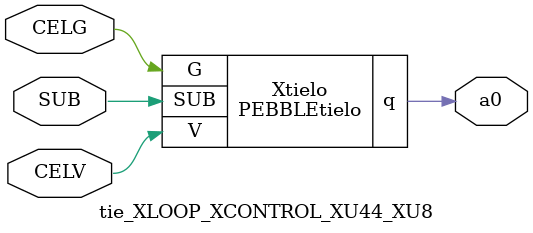
<source format=v>



module PEBBLEtielo ( q, G, SUB, V );

  input V;
  output q;
  input G;
  input SUB;
endmodule

//Celera Confidential Do Not Copy tie_XLOOP_XCONTROL_XU44_XU8
//Celera Confidential Symbol Generator
//TIE
module tie_XLOOP_XCONTROL_XU44_XU8 (CELV,CELG,a0,SUB);
input CELV;
input CELG;
output a0;
input SUB;

//Celera Confidential Do Not Copy tie
PEBBLEtielo Xtielo(
.V (CELV),
.q (a0),
.SUB (SUB),
.G (CELG)
);
//,diesize,PEBBLEtielo

//Celera Confidential Do Not Copy Module End
//Celera Schematic Generator
endmodule

</source>
